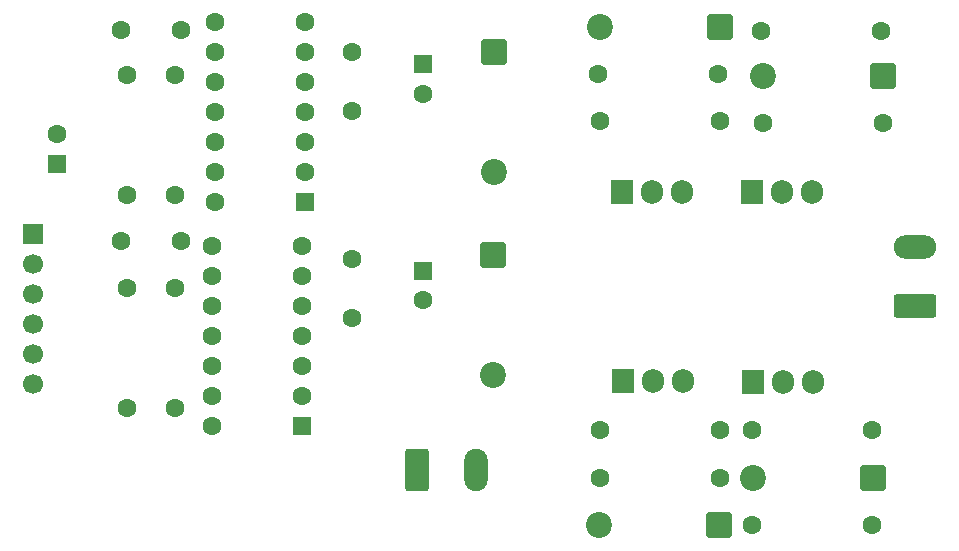
<source format=gbr>
%TF.GenerationSoftware,KiCad,Pcbnew,9.0.4*%
%TF.CreationDate,2025-09-15T17:12:10-07:00*%
%TF.ProjectId,motordriver,6d6f746f-7264-4726-9976-65722e6b6963,rev?*%
%TF.SameCoordinates,Original*%
%TF.FileFunction,Soldermask,Top*%
%TF.FilePolarity,Negative*%
%FSLAX46Y46*%
G04 Gerber Fmt 4.6, Leading zero omitted, Abs format (unit mm)*
G04 Created by KiCad (PCBNEW 9.0.4) date 2025-09-15 17:12:10*
%MOMM*%
%LPD*%
G01*
G04 APERTURE LIST*
G04 Aperture macros list*
%AMRoundRect*
0 Rectangle with rounded corners*
0 $1 Rounding radius*
0 $2 $3 $4 $5 $6 $7 $8 $9 X,Y pos of 4 corners*
0 Add a 4 corners polygon primitive as box body*
4,1,4,$2,$3,$4,$5,$6,$7,$8,$9,$2,$3,0*
0 Add four circle primitives for the rounded corners*
1,1,$1+$1,$2,$3*
1,1,$1+$1,$4,$5*
1,1,$1+$1,$6,$7*
1,1,$1+$1,$8,$9*
0 Add four rect primitives between the rounded corners*
20,1,$1+$1,$2,$3,$4,$5,0*
20,1,$1+$1,$4,$5,$6,$7,0*
20,1,$1+$1,$6,$7,$8,$9,0*
20,1,$1+$1,$8,$9,$2,$3,0*%
G04 Aperture macros list end*
%ADD10C,1.600000*%
%ADD11RoundRect,0.250000X-0.550000X0.550000X-0.550000X-0.550000X0.550000X-0.550000X0.550000X0.550000X0*%
%ADD12O,3.600000X2.000000*%
%ADD13RoundRect,0.250000X1.550000X-0.750000X1.550000X0.750000X-1.550000X0.750000X-1.550000X-0.750000X0*%
%ADD14O,2.000000X3.600000*%
%ADD15RoundRect,0.250000X-0.750000X-1.550000X0.750000X-1.550000X0.750000X1.550000X-0.750000X1.550000X0*%
%ADD16RoundRect,0.249999X0.850001X0.850001X-0.850001X0.850001X-0.850001X-0.850001X0.850001X-0.850001X0*%
%ADD17C,2.200000*%
%ADD18RoundRect,0.250000X0.550000X0.550000X-0.550000X0.550000X-0.550000X-0.550000X0.550000X-0.550000X0*%
%ADD19RoundRect,0.250000X0.550000X-0.550000X0.550000X0.550000X-0.550000X0.550000X-0.550000X-0.550000X0*%
%ADD20R,1.905000X2.000000*%
%ADD21O,1.905000X2.000000*%
%ADD22RoundRect,0.249999X-0.850001X0.850001X-0.850001X-0.850001X0.850001X-0.850001X0.850001X0.850001X0*%
%ADD23R,1.700000X1.700000*%
%ADD24C,1.700000*%
G04 APERTURE END LIST*
D10*
%TO.C,C5*%
X35000000Y-29000000D03*
D11*
X35000000Y-26500000D03*
%TD*%
D10*
%TO.C,R1*%
X14000000Y-20080000D03*
X14000000Y-9920000D03*
%TD*%
%TO.C,R2*%
X10000000Y-9920000D03*
X10000000Y-20080000D03*
%TD*%
%TO.C,R4*%
X10000000Y-27920000D03*
X10000000Y-38080000D03*
%TD*%
%TO.C,R3*%
X14050000Y-38080000D03*
X14050000Y-27920000D03*
%TD*%
%TO.C,R12*%
X73840000Y-6160000D03*
X63680000Y-6160000D03*
%TD*%
%TO.C,C6*%
X29000000Y-8000000D03*
X29000000Y-13000000D03*
%TD*%
D11*
%TO.C,C4*%
X35000000Y-9000000D03*
D10*
X35000000Y-11500000D03*
%TD*%
D12*
%TO.C,J3*%
X76700000Y-24500000D03*
D13*
X76700000Y-29500000D03*
%TD*%
D10*
%TO.C,C7*%
X29000000Y-25500000D03*
X29000000Y-30500000D03*
%TD*%
D14*
%TO.C,J2*%
X39550000Y-43350000D03*
D15*
X34550000Y-43350000D03*
%TD*%
D10*
%TO.C,R5*%
X60160000Y-44000000D03*
X50000000Y-44000000D03*
%TD*%
D16*
%TO.C,D4*%
X73160000Y-44000000D03*
D17*
X63000000Y-44000000D03*
%TD*%
D10*
%TO.C,R6*%
X73080000Y-40000000D03*
X62920000Y-40000000D03*
%TD*%
D18*
%TO.C,U2*%
X24805000Y-39620000D03*
D10*
X24805000Y-37080000D03*
X24805000Y-34540000D03*
X24805000Y-32000000D03*
X24805000Y-29460000D03*
X24805000Y-26920000D03*
X24805000Y-24380000D03*
X17185000Y-24380000D03*
X17185000Y-26920000D03*
X17185000Y-29460000D03*
X17185000Y-32000000D03*
X17185000Y-34540000D03*
X17185000Y-37080000D03*
X17185000Y-39620000D03*
%TD*%
D18*
%TO.C,U1*%
X25000000Y-20700000D03*
D10*
X25000000Y-18160000D03*
X25000000Y-15620000D03*
X25000000Y-13080000D03*
X25000000Y-10540000D03*
X25000000Y-8000000D03*
X25000000Y-5460000D03*
X17380000Y-5460000D03*
X17380000Y-8000000D03*
X17380000Y-10540000D03*
X17380000Y-13080000D03*
X17380000Y-15620000D03*
X17380000Y-18160000D03*
X17380000Y-20700000D03*
%TD*%
%TO.C,R8*%
X62920000Y-48000000D03*
X73080000Y-48000000D03*
%TD*%
%TO.C,R10*%
X74000000Y-14000000D03*
X63840000Y-14000000D03*
%TD*%
D16*
%TO.C,D3*%
X60080000Y-48000000D03*
D17*
X49920000Y-48000000D03*
%TD*%
D19*
%TO.C,C1*%
X4000000Y-17420000D03*
D10*
X4000000Y-14920000D03*
%TD*%
D20*
%TO.C,Q2*%
X62960000Y-35900000D03*
D21*
X65500000Y-35900000D03*
X68040000Y-35900000D03*
%TD*%
D22*
%TO.C,D2*%
X40975000Y-25115000D03*
D17*
X40975000Y-35275000D03*
%TD*%
D10*
%TO.C,C3*%
X14500000Y-6080000D03*
X9500000Y-6080000D03*
%TD*%
%TO.C,R9*%
X60000000Y-9840000D03*
X49840000Y-9840000D03*
%TD*%
D23*
%TO.C,J1*%
X2000000Y-23380000D03*
D24*
X2000000Y-25920000D03*
X2000000Y-28460000D03*
X2000000Y-31000000D03*
X2000000Y-33540000D03*
X2000000Y-36080000D03*
%TD*%
D20*
%TO.C,Q4*%
X62920000Y-19840000D03*
D21*
X65460000Y-19840000D03*
X68000000Y-19840000D03*
%TD*%
D10*
%TO.C,R11*%
X50000000Y-13840000D03*
X60160000Y-13840000D03*
%TD*%
D16*
%TO.C,D5*%
X60160000Y-5840000D03*
D17*
X50000000Y-5840000D03*
%TD*%
D20*
%TO.C,Q1*%
X51960000Y-35850000D03*
D21*
X54500000Y-35850000D03*
X57040000Y-35850000D03*
%TD*%
D16*
%TO.C,D6*%
X74000000Y-10000000D03*
D17*
X63840000Y-10000000D03*
%TD*%
D10*
%TO.C,C2*%
X14500000Y-24000000D03*
X9500000Y-24000000D03*
%TD*%
D22*
%TO.C,D1*%
X41000000Y-8000000D03*
D17*
X41000000Y-18160000D03*
%TD*%
D20*
%TO.C,Q3*%
X51920000Y-19840000D03*
D21*
X54460000Y-19840000D03*
X57000000Y-19840000D03*
%TD*%
D10*
%TO.C,R7*%
X50000000Y-40000000D03*
X60160000Y-40000000D03*
%TD*%
M02*

</source>
